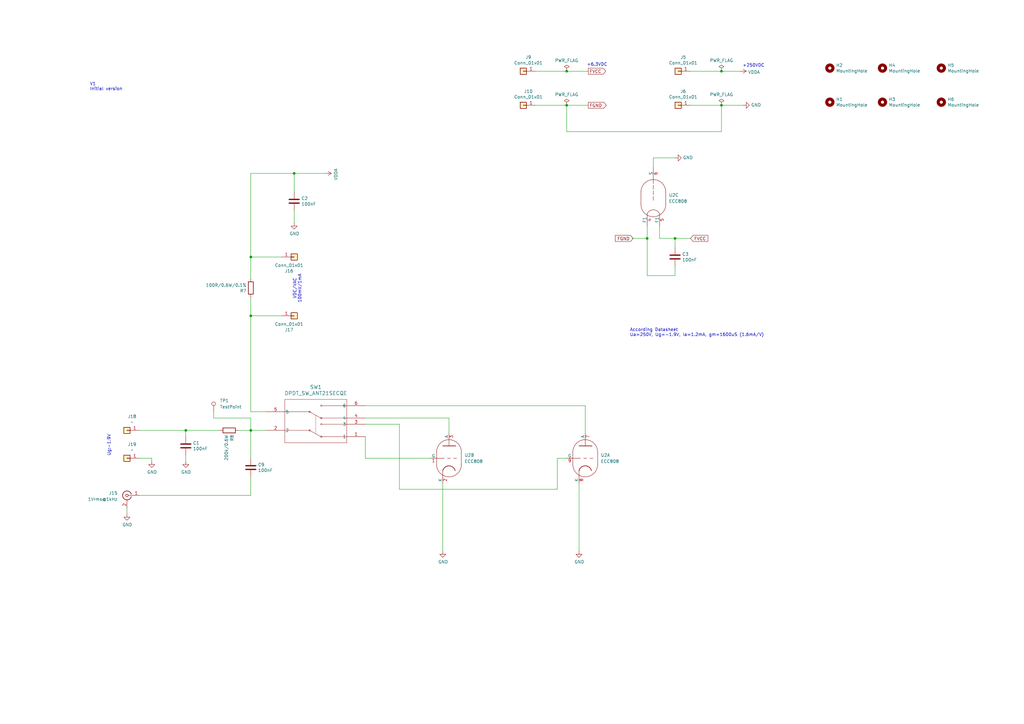
<source format=kicad_sch>
(kicad_sch (version 20231120) (generator "eeschema") (generator_version "8.0")
  (paper "A3")
  (title_block (title "GM Test Setup ECC808") (date "2024-09-15") (rev "V1"))
  (lib_symbols
    (symbol "Connector:Conn_Coaxial" (pin_names (offset 1.016) hide)
      (property "Reference" "J" (at 0.254 3.048 0))
      (property "Value" "Conn_Coaxial" (at 2.921 0 90))
      (symbol "Conn_Coaxial_0_1"
        (arc (start -1.778 -0.508) (mid 0.2311 -1.8066) (end 1.778 0) (stroke (width 0.254)))
        (polyline (pts (xy -2.54 0) (xy -0.508 0)))
        (polyline (pts (xy 0 -2.54) (xy 0 -1.778)))
        (circle (center 0 0) (radius 0.508) (stroke (width 0.2032)))
        (arc (start 1.778 0) (mid 0.2099 1.8101) (end -1.778 0.508) (stroke (width 0.254)))
      )
      (symbol "Conn_Coaxial_1_1"
        (pin passive line (at -5.08 0 0) (length 2.54) (name "In") (number "1"))
        (pin passive line (at 0 -5.08 90) (length 2.54) (name "Ext") (number "2"))
      )
    )
    (symbol "Connector:TestPoint" (pin_numbers hide) (pin_names (offset 0.762) hide)
      (property "Reference" "TP" (at 0 6.858 0))
      (property "Value" "TestPoint" (at 0 5.08 0))
      (symbol "TestPoint_0_1"
        (circle (center 0 3.302) (radius 0.762))
      )
      (symbol "TestPoint_1_1"
        (pin passive line (at 0 0 90) (length 2.54) (name "1") (number "1"))
      )
    )
    (symbol "Connector_Generic:Conn_01x01" (pin_names (offset 1.016) hide)
      (property "Reference" "J" (at 0 2.54 0))
      (property "Value" "Conn_01x01" (at 0 -2.54 0))
      (symbol "Conn_01x01_1_1"
        (rectangle (start -1.27 0.127) (end 0 -0.127) (stroke (width 0.1524)))
        (rectangle (start -1.27 1.27) (end 1.27 -1.27) (stroke (width 0.254)) (fill (type background)))
        (pin passive line (at -5.08 0 0) (length 3.81) (name "Pin_1") (number "1"))
      )
    )
    (symbol "Device:C" (pin_numbers hide) (pin_names (offset 0.254))
      (property "Reference" "C" (at 0.635 2.54 0))
      (property "Value" "C" (at 0.635 -2.54 0))
      (symbol "C_0_1"
        (polyline (pts (xy -2.032 -0.762) (xy 2.032 -0.762)) (stroke (width 0.508)))
        (polyline (pts (xy -2.032 0.762) (xy 2.032 0.762)) (stroke (width 0.508)))
      )
      (symbol "C_1_1"
        (pin passive line (at 0 3.81 270) (length 2.794) (name "~") (number "1"))
        (pin passive line (at 0 -3.81 90) (length 2.794) (name "~") (number "2"))
      )
    )
    (symbol "Device:R" (pin_numbers hide) (pin_names (offset 0))
      (property "Reference" "R" (at 2.032 0 90))
      (property "Value" "R" (at 0 0 90))
      (symbol "R_0_1"
        (rectangle (start -1.016 -2.54) (end 1.016 2.54) (stroke (width 0.254)))
      )
      (symbol "R_1_1"
        (pin passive line (at 0 3.81 270) (length 1.27) (name "~") (number "1"))
        (pin passive line (at 0 -3.81 90) (length 1.27) (name "~") (number "2"))
      )
    )
    (symbol "Mechanical:MountingHole" (pin_names (offset 1.016))
      (property "Reference" "H" (at 0 5.08 0))
      (property "Value" "MountingHole" (at 0 3.175 0))
      (symbol "MountingHole_0_1"
        (circle (center 0 0) (radius 1.27) (stroke (width 1.27)))
      )
    )
    (symbol "kicad-snk:DPDT_SW_ANT21SECQE" (pin_names (offset 0.254))
      (property "Reference" "SW" (at 20.32 7.62 0))
      (property "Value" "DPDT_SW_ANT21SECQE" (at 20.32 5.08 0))
      (symbol "DPDT_SW_ANT21SECQE_0_1"
        (polyline (pts (xy 7.62 -15.24) (xy 33.02 -15.24)) (stroke (width 0.127)))
        (polyline (pts (xy 7.62 -12.7) (xy 17.78 -12.7)) (stroke (width 0.127)))
        (polyline (pts (xy 7.62 -7.62) (xy 17.78 -7.62)) (stroke (width 0.127)))
        (polyline (pts (xy 7.62 -5.08) (xy 17.78 -5.08)) (stroke (width 0.127)))
        (polyline (pts (xy 7.62 0) (xy 17.78 0)) (stroke (width 0.127)))
        (polyline (pts (xy 7.62 2.54) (xy 7.62 -15.24)) (stroke (width 0.127)))
        (polyline (pts (xy 20.32 -8.255) (xy 20.32 -8.5725)) (stroke (width 0.127)))
        (polyline (pts (xy 20.32 -7.62) (xy 20.32 -7.9375)) (stroke (width 0.127)))
        (polyline (pts (xy 20.32 -6.985) (xy 20.32 -7.3025)) (stroke (width 0.127)))
        (polyline (pts (xy 20.32 -6.35) (xy 20.32 -6.6675)) (stroke (width 0.127)))
        (polyline (pts (xy 20.32 -5.715) (xy 20.32 -6.0325)) (stroke (width 0.127)))
        (polyline (pts (xy 20.32 -5.08) (xy 20.32 -5.3975)) (stroke (width 0.127)))
        (polyline (pts (xy 20.32 -4.445) (xy 20.32 -4.7625)) (stroke (width 0.127)))
        (polyline (pts (xy 20.32 -3.81) (xy 20.32 -4.1275)) (stroke (width 0.127)))
        (polyline (pts (xy 20.32 -3.175) (xy 20.32 -3.4925)) (stroke (width 0.127)))
        (polyline (pts (xy 20.32 -2.54) (xy 20.32 -2.8575)) (stroke (width 0.127)))
        (polyline (pts (xy 20.32 -1.905) (xy 20.32 -2.2225)) (stroke (width 0.127)))
        (polyline (pts (xy 20.32 -1.27) (xy 20.32 -1.5875)) (stroke (width 0.127)))
        (polyline (pts (xy 22.86 -10.16) (xy 17.78 -7.3025)) (stroke (width 0.127)))
        (polyline (pts (xy 22.86 -2.54) (xy 17.78 0.3175)) (stroke (width 0.127)))
        (polyline (pts (xy 33.02 -15.24) (xy 33.02 2.54)) (stroke (width 0.127)))
        (polyline (pts (xy 33.02 -10.16) (xy 22.86 -10.16)) (stroke (width 0.127)))
        (polyline (pts (xy 33.02 -2.54) (xy 22.86 -2.54)) (stroke (width 0.127)))
        (polyline (pts (xy 33.02 2.54) (xy 7.62 2.54)) (stroke (width 0.127)))
        (circle (center 18.0975 -12.7) (radius 0.3048) (stroke (width 0.127)))
        (circle (center 18.0975 -7.62) (radius 0.3048) (stroke (width 0.127)))
        (circle (center 18.0975 -5.08) (radius 0.3048) (stroke (width 0.127)))
        (circle (center 18.0975 0) (radius 0.3048) (stroke (width 0.127)))
        (circle (center 22.86 -10.16) (radius 0.3048) (stroke (width 0.127)))
        (circle (center 22.86 -2.54) (radius 0.3048) (stroke (width 0.127)))
        (pin unspecified line (at 0 0 0) (length 7.62) (name "1") (number "1"))
        (pin unspecified line (at 40.64 -2.54 180) (length 7.62) (name "2") (number "2"))
        (pin unspecified line (at 0 -5.08 0) (length 7.62) (name "3") (number "3"))
        (pin unspecified line (at 0 -7.62 0) (length 7.62) (name "4") (number "4"))
        (pin unspecified line (at 40.64 -10.16 180) (length 7.62) (name "5") (number "5"))
        (pin unspecified line (at 0 -12.7 0) (length 7.62) (name "6") (number "6"))
      )
    )
    (symbol "kicad-snk:ECC808" (pin_names (offset 0))
      (property "Reference" "U" (at 3.302 7.874 0))
      (property "Value" "ECC808" (at 8.89 -7.62 0))
      (symbol "ECC808_0_1"
        (arc (start -5.08 -2.54) (mid 0 -7.5979) (end 5.08 -2.54))
        (polyline (pts (xy 5.08 2.54) (xy 5.08 -2.54)))
        (polyline (pts (xy -5.08 2.54) (xy -5.08 -2.54) (xy -5.08 -2.54)))
        (arc (start 5.08 2.54) (mid 0 7.5979) (end -5.08 2.54))
      )
      (symbol "ECC808_1_0"
        (polyline (pts (xy -2.54 -5.08) (xy -2.54 -7.62)))
        (polyline (pts (xy 0 5.08) (xy 0 7.62)))
      )
      (symbol "ECC808_1_1"
        (polyline (pts (xy -5.08 0) (xy -3.175 0)))
        (polyline (pts (xy -1.905 0) (xy -3.175 0)) (stroke (width 0.1524)))
        (polyline (pts (xy -0.635 0) (xy 0.635 0)) (stroke (width 0.1524)))
        (polyline (pts (xy 1.905 0) (xy 3.175 0)) (stroke (width 0.1524)))
        (polyline (pts (xy -2.54 5.08) (xy 2.794 5.08) (xy 2.794 5.08)) (stroke (width 0.254)))
        (arc (start 2.54 -5.08) (mid 0 -3.0968) (end -2.54 -5.08) (stroke (width 0.254)))
        (pin output line (at 0 10.16 270) (length 2.54) (name "A") (number "7"))
        (pin bidirectional line (at -2.54 -10.16 90) (length 2.54) (name "K") (number "8"))
        (pin input line (at -7.62 0 0) (length 2.54) (name "G") (number "9"))
      )
      (symbol "ECC808_2_0"
        (polyline (pts (xy -2.54 -5.08) (xy -2.54 -7.62)))
        (polyline (pts (xy 0 5.08) (xy 0 7.62)))
      )
      (symbol "ECC808_2_1"
        (polyline (pts (xy -5.08 0) (xy -3.175 0)))
        (polyline (pts (xy -1.905 0) (xy -3.175 0)) (stroke (width 0.1524)))
        (polyline (pts (xy -0.635 0) (xy 0.635 0)) (stroke (width 0.1524)))
        (polyline (pts (xy 1.905 0) (xy 3.175 0)) (stroke (width 0.1524)))
        (polyline (pts (xy -2.54 5.08) (xy 2.794 5.08) (xy 2.794 5.08)) (stroke (width 0.254)))
        (arc (start 2.54 -5.08) (mid 0 -3.0968) (end -2.54 -5.08) (stroke (width 0.254)))
        (pin input line (at -7.62 0 0) (length 2.54) (name "G") (number "1"))
        (pin bidirectional line (at -2.54 -10.16 90) (length 2.54) (name "K") (number "2"))
        (pin output line (at 0 10.16 270) (length 2.54) (name "A") (number "3"))
      )
      (symbol "ECC808_3_1"
        (polyline (pts (xy 0 7.62) (xy 0 -1.27)) (stroke (width 0) (type dash)))
        (arc (start 2.54 -6.35) (mid 0 -4.7847) (end -2.54 -6.35))
        (pin power_in line (at -2.54 -11.43 90) (length 5.08) (name "F1") (number "4"))
        (pin power_in line (at 2.54 -11.43 90) (length 5.08) (name "F1") (number "5"))
        (pin passive line (at 0 12.7 270) (length 5.08) (name "S") (number "6"))
      )
    )
    (symbol "power:GND" (power) (pin_names (offset 0))
      (property "Value" "GND" (at 0 -3.81 0))
      (symbol "GND_0_1"
        (polyline (pts (xy 0 0) (xy 0 -1.27) (xy 1.27 -1.27) (xy 0 -2.54) (xy -1.27 -1.27) (xy 0 -1.27)))
      )
      (symbol "GND_1_1"
        (pin power_in line (at 0 0 270) (length 0) hide (name "GND") (number "1"))
      )
    )
    (symbol "power:PWR_FLAG" (power) (pin_numbers hide) (pin_names (offset 0) hide)
      (property "Value" "PWR_FLAG" (at 0 3.81 0))
      (symbol "PWR_FLAG_0_0"
        (pin power_out line (at 0 0 90) (length 0) (name "pwr") (number "1"))
      )
      (symbol "PWR_FLAG_0_1"
        (polyline (pts (xy 0 0) (xy 0 1.27) (xy -1.016 1.905) (xy 0 2.54) (xy 1.016 1.905) (xy 0 1.27)))
      )
    )
    (symbol "power:VDDA" (power) (pin_names (offset 0))
      (property "Value" "VDDA" (at 0 3.81 0))
      (symbol "VDDA_0_1"
        (polyline (pts (xy -0.762 1.27) (xy 0 2.54)))
        (polyline (pts (xy 0 0) (xy 0 2.54)))
        (polyline (pts (xy 0 2.54) (xy 0.762 1.27)))
      )
      (symbol "VDDA_1_1"
        (pin power_in line (at 0 0 90) (length 0) hide (name "VDDA") (number "1"))
      )
    )
  )
  (junction (at 76.2 176.53))
  (junction (at 295.91 43.18))
  (junction (at 102.87 105.41))
  (junction (at 232.41 43.18))
  (junction (at 295.91 29.21))
  (junction (at 102.87 176.53))
  (junction (at 265.43 97.79))
  (junction (at 276.86 97.79))
  (junction (at 232.41 29.21))
  (junction (at 102.87 129.54))
  (junction (at 120.65 71.12))
  (wire (pts (xy 232.41 53.975) (xy 232.41 43.18)))
  (wire (pts (xy 232.41 53.975) (xy 295.91 53.975)))
  (wire (pts (xy 232.41 187.96) (xy 228.6 187.96)))
  (wire (pts (xy 237.49 198.12) (xy 237.49 226.06)))
  (wire (pts (xy 184.15 171.45) (xy 184.15 177.8)))
  (wire (pts (xy 102.87 129.54) (xy 102.87 168.91)))
  (wire (pts (xy 149.86 179.07) (xy 149.86 187.96)))
  (wire (pts (xy 149.86 173.99) (xy 163.83 173.99)))
  (wire (pts (xy 62.23 187.96) (xy 62.23 189.23)))
  (wire (pts (xy -133.35 114.3) (xy -116.84 114.3)))
  (wire (pts (xy 57.15 176.53) (xy 76.2 176.53)))
  (wire (pts (xy 120.65 78.74) (xy 120.65 71.12)))
  (wire (pts (xy 102.87 71.12) (xy 102.87 105.41)))
  (wire (pts (xy 219.71 43.18) (xy 232.41 43.18)))
  (wire (pts (xy 52.07 208.28) (xy 52.07 210.82)))
  (wire (pts (xy 295.91 29.21) (xy 283.21 29.21)))
  (wire (pts (xy 97.79 176.53) (xy 102.87 176.53)))
  (wire (pts (xy 303.53 29.21) (xy 295.91 29.21)))
  (wire (pts (xy 283.21 97.79) (xy 276.86 97.79)))
  (wire (pts (xy 276.86 64.77) (xy 267.97 64.77)))
  (wire (pts (xy 149.86 166.37) (xy 240.03 166.37)))
  (wire (pts (xy 265.43 92.71) (xy 265.43 97.79)))
  (wire (pts (xy 102.87 176.53) (xy 102.87 187.96)))
  (wire (pts (xy 76.2 176.53) (xy 76.2 179.07)))
  (wire (pts (xy 270.51 97.79) (xy 270.51 92.71)))
  (wire (pts (xy 102.87 168.91) (xy 109.22 168.91)))
  (wire (pts (xy 87.63 171.45) (xy 87.63 168.91)))
  (wire (pts (xy 276.86 97.79) (xy 276.86 101.6)))
  (wire (pts (xy 265.43 113.03) (xy 265.43 97.79)))
  (wire (pts (xy 102.87 105.41) (xy 115.57 105.41)))
  (wire (pts (xy 102.87 176.53) (xy 102.87 171.45)))
  (wire (pts (xy -111.76 124.46) (xy -111.76 147.32)))
  (wire (pts (xy 283.21 43.18) (xy 295.91 43.18)))
  (wire (pts (xy 276.86 97.79) (xy 270.51 97.79)))
  (wire (pts (xy 149.86 171.45) (xy 184.15 171.45)))
  (wire (pts (xy 163.83 173.99) (xy 163.83 200.66)))
  (wire (pts (xy 232.41 29.21) (xy 241.3 29.21)))
  (wire (pts (xy 76.2 186.69) (xy 76.2 189.23)))
  (wire (pts (xy 295.91 43.18) (xy 304.8 43.18)))
  (wire (pts (xy 149.86 187.96) (xy 176.53 187.96)))
  (wire (pts (xy 102.87 176.53) (xy 109.22 176.53)))
  (wire (pts (xy 181.61 198.12) (xy 181.61 226.06)))
  (wire (pts (xy 267.97 64.77) (xy 267.97 68.58)))
  (wire (pts (xy 62.23 187.96) (xy 57.15 187.96)))
  (wire (pts (xy 232.41 29.21) (xy 219.71 29.21)))
  (wire (pts (xy 163.83 200.66) (xy 228.6 200.66)))
  (wire (pts (xy 102.87 105.41) (xy 102.87 114.3)))
  (wire (pts (xy 232.41 43.18) (xy 241.3 43.18)))
  (wire (pts (xy 276.86 113.03) (xy 265.43 113.03)))
  (wire (pts (xy 240.03 166.37) (xy 240.03 177.8)))
  (wire (pts (xy 295.91 53.975) (xy 295.91 43.18)))
  (wire (pts (xy 90.17 176.53) (xy 76.2 176.53)))
  (wire (pts (xy 102.87 203.2) (xy 102.87 195.58)))
  (wire (pts (xy 102.87 71.12) (xy 120.65 71.12)))
  (wire (pts (xy 120.65 71.12) (xy 133.35 71.12)))
  (wire (pts (xy 102.87 129.54) (xy 115.57 129.54)))
  (wire (pts (xy 259.08 97.79) (xy 265.43 97.79)))
  (wire (pts (xy 228.6 200.66) (xy 228.6 187.96)))
  (wire (pts (xy 276.86 109.22) (xy 276.86 113.03)))
  (wire (pts (xy -109.22 98.425) (xy -109.22 104.14)))
  (wire (pts (xy 57.15 203.2) (xy 102.87 203.2)))
  (wire (pts (xy 102.87 121.92) (xy 102.87 129.54)))
  (wire (pts (xy 120.65 91.44) (xy 120.65 86.36)))
  (wire (pts (xy 102.87 171.45) (xy 87.63 171.45)))
  (text "+6.3VDC" (at 240.665 27.305 0) (effects (font (size 1.27 1.27)) (justify left bottom)))
  (text "VDC/VAC\n100mV/1mA" (at 121.92 118.364 90) (effects (font (size 1.27 1.27))))
  (text "Ug:-1.9V" (at 44.704 182.626 90) (effects (font (size 1.27 1.27))))
  (text "V1\nInitial version\n" (at 36.83 35.56 0) (effects (font (size 1.27 1.27)) (justify left)))
  (text "According Datasheet\nUa=250V, Ug=-1.9V, Ia=1.2mA, gm=1600uS (1.6mA/V)\n" (at 258.318 136.398 0) (effects (font (size 1.27 1.27)) (justify left)))
  (text "+250VDC" (at 304.546 27.686 0) (effects (font (size 1.27 1.27)) (justify left bottom)))
  (global_label "FGND" (shape output) (at 241.3 43.18 0) (property "Intersheetrefs" "${INTERSHEET_REFS}" (effects (hide yes))))
  (global_label "FVCC" (shape output) (at 241.3 29.21 0) (property "Intersheetrefs" "${INTERSHEET_REFS}" (effects (hide yes))))
  (global_label "FGND" (shape input) (at 259.715 97.79 180) (property "Intersheetrefs" "${INTERSHEET_REFS}" (effects (hide yes))))
  (global_label "FVCC" (shape input) (at 283.21 97.79 0) (property "Intersheetrefs" "${INTERSHEET_REFS}" (effects (hide yes))))
  (symbol (lib_id "Connector_Generic:Conn_01x01") (at 278.13 29.21 180) (unit 1)
    (property "Reference" "J5" (at 280.2128 23.495 0))
    (property "Value" "Conn_01x01" (at 280.2128 25.8064 0))
    (property "Footprint" "Connector_Pin:Pin_D1.3mm_L11.0mm" (effects (hide yes)))
  )
  (symbol (lib_id "Connector_Generic:Conn_01x01") (at 278.13 43.18 180) (unit 1)
    (property "Reference" "J6" (at 280.2128 37.465 0))
    (property "Value" "Conn_01x01" (at 280.2128 39.7764 0))
    (property "Footprint" "Connector_Pin:Pin_D1.3mm_L11.0mm" (effects (hide yes)))
  )
  (symbol (lib_id "Mechanical:MountingHole") (at 340.36 27.94 0) (unit 1)
    (property "Reference" "H2" (at 342.9 26.7716 0) (effects (justify left)))
    (property "Value" "MountingHole" (at 342.9 29.083 0) (effects (justify left)))
    (property "Footprint" "MountingHole:MountingHole_3.2mm_M3_Pad_Via" (effects (hide yes)))
  )
  (symbol (lib_id "Mechanical:MountingHole") (at 361.95 27.94 0) (unit 1)
    (property "Reference" "H4" (at 364.49 26.7716 0) (effects (justify left)))
    (property "Value" "MountingHole" (at 364.49 29.083 0) (effects (justify left)))
    (property "Footprint" "MountingHole:MountingHole_3.2mm_M3_Pad_Via" (effects (hide yes)))
  )
  (symbol (lib_id "Mechanical:MountingHole") (at 340.36 41.91 0) (unit 1)
    (property "Reference" "H1" (at 342.9 40.7416 0) (effects (justify left)))
    (property "Value" "MountingHole" (at 342.9 43.053 0) (effects (justify left)))
    (property "Footprint" "MountingHole:MountingHole_3.2mm_M3_Pad_Via" (effects (hide yes)))
  )
  (symbol (lib_id "Mechanical:MountingHole") (at 361.95 41.91 0) (unit 1)
    (property "Reference" "H3" (at 364.49 40.7416 0) (effects (justify left)))
    (property "Value" "MountingHole" (at 364.49 43.053 0) (effects (justify left)))
    (property "Footprint" "MountingHole:MountingHole_3.2mm_M3_Pad_Via" (effects (hide yes)))
  )
  (symbol (lib_id "power:PWR_FLAG") (at 295.91 29.21 0) (unit 1)
    (property "Reference" "#FLG04" (effects (hide yes)))
    (property "Value" "PWR_FLAG" (at 295.91 24.8158 0))
  )
  (symbol (lib_id "power:GND") (at 304.8 43.18 90) (unit 1)
    (property "Reference" "#PWR05" (effects (hide yes)))
    (property "Value" "GND" (at 308.0512 43.053 90) (effects (justify right)))
  )
  (symbol (lib_id "power:PWR_FLAG") (at 295.91 43.18 0) (unit 1)
    (property "Reference" "#FLG03" (effects (hide yes)))
    (property "Value" "PWR_FLAG" (at 295.91 38.7858 0))
  )
  (symbol (lib_id "power:VDDA") (at 303.53 29.21 270) (unit 1)
    (property "Reference" "#PWR07" (effects (hide yes)))
    (property "Value" "VDDA" (at 306.7812 29.591 90) (effects (justify left)))
  )
  (symbol (lib_id "Connector_Generic:Conn_01x01") (at 214.63 29.21 180) (unit 1)
    (property "Reference" "J9" (at 216.7128 23.495 0))
    (property "Value" "Conn_01x01" (at 216.7128 25.8064 0))
    (property "Footprint" "Connector_Pin:Pin_D1.3mm_L11.0mm" (effects (hide yes)))
  )
  (symbol (lib_id "Connector_Generic:Conn_01x01") (at 214.63 43.18 180) (unit 1)
    (property "Reference" "J10" (at 216.7128 37.465 0))
    (property "Value" "Conn_01x01" (at 216.7128 39.7764 0))
    (property "Footprint" "Connector_Pin:Pin_D1.3mm_L11.0mm" (effects (hide yes)))
  )
  (symbol (lib_id "power:PWR_FLAG") (at 232.41 29.21 0) (unit 1)
    (property "Reference" "#FLG01" (effects (hide yes)))
    (property "Value" "PWR_FLAG" (at 232.41 24.8158 0))
  )
  (symbol (lib_id "power:PWR_FLAG") (at 232.41 43.18 0) (unit 1)
    (property "Reference" "#FLG02" (effects (hide yes)))
    (property "Value" "PWR_FLAG" (at 232.41 38.7858 0))
  )
  (symbol (lib_id "kicad-snk:ECC808") (at 267.97 81.28 0) (unit 3)
    (property "Reference" "U2" (at 274.32 79.9988 0) (effects (justify left)))
    (property "Value" "ECC808" (at 274.32 82.5388 0) (effects (justify left)))
    (property "Footprint" "kicad-snk:TubeNoval-ECC88" (effects (hide yes)))
    (property "Datasheet" "https://frank.pocnet.net/sheets/124/e/ECC808.pdf" (effects (hide yes)))
    (property "Description" "double triode" (effects (hide yes)))
  )
  (symbol (lib_id "Device:C") (at 76.2 182.88 0) (unit 1)
    (property "Reference" "C1" (at 79.121 181.7116 0) (effects (justify left)))
    (property "Value" "100nF" (at 79.121 184.023 0) (effects (justify left)))
    (property "Footprint" "Capacitor_THT:C_Rect_L7.2mm_W2.5mm_P5.00mm_FKS2_FKP2_MKS2_MKP2" (effects (hide yes)))
  )
  (symbol (lib_id "power:GND") (at 237.49 226.06 0) (unit 1)
    (property "Reference" "#PWR02" (effects (hide yes)))
    (property "Value" "GND" (at 237.617 230.4542 0))
  )
  (symbol (lib_id "Connector_Generic:Conn_01x01") (at 120.65 105.41 0) (unit 1)
    (property "Reference" "J16" (at 118.5672 111.125 0))
    (property "Value" "Conn_01x01" (at 118.5672 108.8136 0))
    (property "Footprint" "Connector_Pin:Pin_D1.0mm_L10.0mm" (effects (hide yes)))
  )
  (symbol (lib_id "Connector:TestPoint") (at 87.63 168.91 0) (unit 1)
    (property "Reference" "TP1" (at 90.17 164.3379 0) (effects (justify left)))
    (property "Value" "TestPoint" (at 90.17 166.8779 0) (effects (justify left)))
    (property "Footprint" "TestPoint:TestPoint_Pad_D2.0mm" (effects (hide yes)))
  )
  (symbol (lib_id "Connector_Generic:Conn_01x01") (at 52.07 187.96 180) (unit 1)
    (property "Reference" "J19" (at 54.1528 182.245 0))
    (property "Value" "~" (at 54.1528 184.5564 0))
    (property "Footprint" "Connector_Pin:Pin_D1.0mm_L10.0mm" (effects (hide yes)))
  )
  (symbol (lib_id "Connector:Conn_Coaxial") (at 52.07 203.2 0) (mirror y) (unit 1)
    (property "Reference" "J15" (at 48.26 202.2231 0) (effects (justify left)))
    (property "Value" "1Vrms@1kHz" (at 48.26 204.7631 0) (effects (justify left)))
    (property "Footprint" "kicad-snk:RCA-Phono_CUI-Devices_RCJ-02X_Vertical" (effects (hide yes)))
    (property "Description" "coaxial connector (BNC, SMA, SMB, SMC, Cinch/RCA, LEMO, ...)" (effects (hide yes)))
  )
  (symbol (lib_id "power:GND") (at 120.65 91.44 0) (unit 1)
    (property "Reference" "#PWR03" (effects (hide yes)))
    (property "Value" "GND" (at 120.777 95.8342 0))
  )
  (symbol (lib_id "power:GND") (at 52.07 210.82 0) (unit 1)
    (property "Reference" "#PWR014" (effects (hide yes)))
    (property "Value" "GND" (at 52.197 215.2142 0))
  )
  (symbol (lib_id "Mechanical:MountingHole") (at 386.08 41.91 0) (unit 1)
    (property "Reference" "H6" (at 388.62 40.7416 0) (effects (justify left)))
    (property "Value" "MountingHole" (at 388.62 43.053 0) (effects (justify left)))
    (property "Footprint" "MountingHole:MountingHole_3.2mm_M3_Pad_Via" (effects (hide yes)))
  )
  (symbol (lib_id "Device:C") (at 276.86 105.41 0) (unit 1)
    (property "Reference" "C3" (at 279.781 104.2416 0) (effects (justify left)))
    (property "Value" "100nF" (at 279.781 106.553 0) (effects (justify left)))
    (property "Footprint" "Capacitor_THT:C_Rect_L7.2mm_W2.5mm_P5.00mm_FKS2_FKP2_MKS2_MKP2" (effects (hide yes)))
  )
  (symbol (lib_id "power:VDDA") (at 133.35 71.12 270) (unit 1)
    (property "Reference" "#PWR04" (effects (hide yes)))
    (property "Value" "VDDA" (at 137.7442 71.501 0))
  )
  (symbol (lib_id "Device:C") (at 120.65 82.55 0) (unit 1)
    (property "Reference" "C2" (at 123.571 81.3816 0) (effects (justify left)))
    (property "Value" "100nF" (at 123.571 83.693 0) (effects (justify left)))
    (property "Footprint" "Capacitor_THT:C_Rect_L16.5mm_W5.0mm_P15.00mm_MKT" (effects (hide yes)))
  )
  (symbol (lib_id "kicad-snk:ECC808") (at 240.03 187.96 0) (unit 1)
    (property "Reference" "U2" (at 246.38 186.6899 0) (effects (justify left)))
    (property "Value" "ECC808" (at 246.38 189.2299 0) (effects (justify left)))
    (property "Footprint" "kicad-snk:TubeNoval-ECC88" (effects (hide yes)))
    (property "Datasheet" "https://frank.pocnet.net/sheets/124/e/ECC808.pdf" (effects (hide yes)))
    (property "Description" "double triode" (effects (hide yes)))
  )
  (symbol (lib_id "Mechanical:MountingHole") (at 386.08 27.94 0) (unit 1)
    (property "Reference" "H5" (at 388.62 26.7716 0) (effects (justify left)))
    (property "Value" "MountingHole" (at 388.62 29.083 0) (effects (justify left)))
    (property "Footprint" "MountingHole:MountingHole_3.2mm_M3_Pad_Via" (effects (hide yes)))
  )
  (symbol (lib_id "Connector_Generic:Conn_01x01") (at 52.07 176.53 180) (unit 1)
    (property "Reference" "J18" (at 54.1528 170.815 0))
    (property "Value" "~" (at 54.1528 173.1264 0))
    (property "Footprint" "Connector_Pin:Pin_D1.0mm_L10.0mm" (effects (hide yes)))
  )
  (symbol (lib_id "power:GND") (at 276.86 64.77 90) (unit 1)
    (property "Reference" "#PWR06" (effects (hide yes)))
    (property "Value" "GND" (at 280.1112 64.643 90) (effects (justify right)))
  )
  (symbol (lib_id "power:GND") (at 181.61 226.06 0) (unit 1)
    (property "Reference" "#PWR01" (effects (hide yes)))
    (property "Value" "GND" (at 181.737 230.4542 0))
  )
  (symbol (lib_id "kicad-snk:ECC808") (at 184.15 187.96 0) (unit 2)
    (property "Reference" "U2" (at 190.5 186.6899 0) (effects (justify left)))
    (property "Value" "ECC808" (at 190.5 189.2299 0) (effects (justify left)))
    (property "Footprint" "kicad-snk:TubeNoval-ECC88" (effects (hide yes)))
    (property "Datasheet" "https://frank.pocnet.net/sheets/124/e/ECC808.pdf" (effects (hide yes)))
    (property "Description" "double triode" (effects (hide yes)))
  )
  (symbol (lib_id "Device:R") (at 102.87 118.11 180) (unit 1)
    (property "Reference" "R7" (at 101.092 119.2784 0) (effects (justify left)))
    (property "Value" "100R/0.6W/0.1%" (at 101.092 116.967 0) (effects (justify left)))
    (property "Footprint" "Resistor_THT:R_Axial_DIN0207_L6.3mm_D2.5mm_P10.16mm_Horizontal" (effects (hide yes)))
  )
  (symbol (lib_id "Device:C") (at 102.87 191.77 0) (unit 1)
    (property "Reference" "C9" (at 105.791 190.6016 0) (effects (justify left)))
    (property "Value" "100nF" (at 105.791 192.913 0) (effects (justify left)))
    (property "Footprint" "Capacitor_THT:C_Rect_L7.2mm_W2.5mm_P5.00mm_FKS2_FKP2_MKS2_MKP2" (effects (hide yes)))
  )
  (symbol (lib_id "kicad-snk:DPDT_SW_ANT21SECQE") (at 149.86 179.07 180) (unit 1)
    (property "Reference" "SW1" (at 129.54 158.75 0) (effects (font (size 1.524 1.524))))
    (property "Value" "DPDT_SW_ANT21SECQE" (at 129.54 161.29 0) (effects (font (size 1.524 1.524))))
    (property "Footprint" "kicad-snk:SW6_ANT21SECQE_CRS" (effects (hide yes)))
    (property "Datasheet" "ANT21SECQE" (effects (hide yes)))
    (property "Description" "https://www.digikey.ch/de/products/detail/cit-relay-and-switch/ANT21SECQE/12503353" (effects (hide yes)))
  )
  (symbol (lib_id "Device:R") (at 93.98 176.53 270) (unit 1)
    (property "Reference" "R8" (at 95.1484 178.308 0) (effects (justify left)))
    (property "Value" "200k/0.6W" (at 92.837 178.308 0) (effects (justify left)))
    (property "Footprint" "Resistor_THT:R_Axial_DIN0207_L6.3mm_D2.5mm_P10.16mm_Horizontal" (effects (hide yes)))
  )
  (symbol (lib_id "Connector_Generic:Conn_01x01") (at 120.65 129.54 0) (unit 1)
    (property "Reference" "J17" (at 118.5672 135.255 0))
    (property "Value" "Conn_01x01" (at 118.5672 132.9436 0))
    (property "Footprint" "Connector_Pin:Pin_D1.0mm_L10.0mm" (effects (hide yes)))
  )
  (symbol (lib_id "power:GND") (at 76.2 189.23 0) (unit 1)
    (property "Reference" "#PWR012" (effects (hide yes)))
    (property "Value" "GND" (at 76.327 193.6242 0))
  )
  (symbol (lib_id "power:GND") (at 62.23 189.23 0) (unit 1)
    (property "Reference" "#PWR015" (effects (hide yes)))
    (property "Value" "GND" (at 62.357 193.6242 0))
  )
)
</source>
